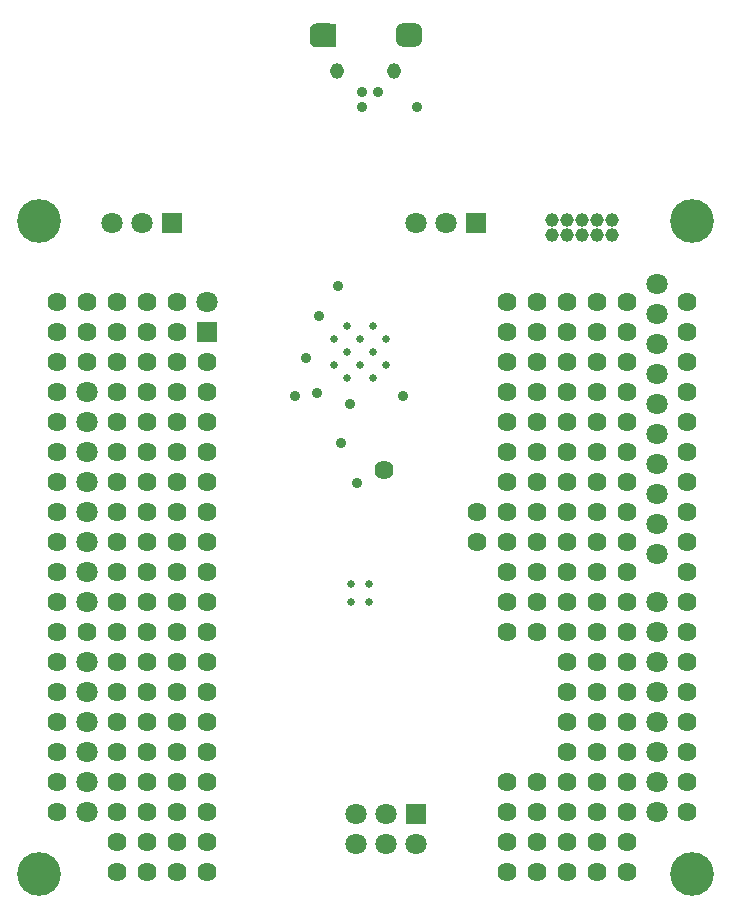
<source format=gbs>
G04 Layer_Color=16711935*
%FSLAX43Y43*%
%MOMM*%
G71*
G01*
G75*
%ADD94C,1.624*%
%ADD95C,3.700*%
G04:AMPARAMS|DCode=96|XSize=1.15mm|YSize=1.35mm|CornerRadius=0.575mm|HoleSize=0mm|Usage=FLASHONLY|Rotation=180.000|XOffset=0mm|YOffset=0mm|HoleType=Round|Shape=RoundedRectangle|*
%AMROUNDEDRECTD96*
21,1,1.150,0.200,0,0,180.0*
21,1,0.000,1.350,0,0,180.0*
1,1,1.150,0.000,0.100*
1,1,1.150,0.000,0.100*
1,1,1.150,0.000,-0.100*
1,1,1.150,0.000,-0.100*
%
%ADD96ROUNDEDRECTD96*%
G04:AMPARAMS|DCode=97|XSize=2.2mm|YSize=2mm|CornerRadius=0.544mm|HoleSize=0mm|Usage=FLASHONLY|Rotation=180.000|XOffset=0mm|YOffset=0mm|HoleType=Round|Shape=RoundedRectangle|*
%AMROUNDEDRECTD97*
21,1,2.200,0.912,0,0,180.0*
21,1,1.112,2.000,0,0,180.0*
1,1,1.088,-0.556,0.456*
1,1,1.088,0.556,0.456*
1,1,1.088,0.556,-0.456*
1,1,1.088,-0.556,-0.456*
%
%ADD97ROUNDEDRECTD97*%
%ADD98C,1.800*%
%ADD99R,1.800X1.800*%
%ADD100R,1.800X1.800*%
%ADD101C,1.150*%
%ADD102C,0.650*%
%ADD103C,0.900*%
G36*
X27410Y74374D02*
X27419Y74371D01*
X27428Y74367D01*
X27436Y74361D01*
X27442Y74353D01*
X27446Y74344D01*
X27449Y74335D01*
X27450Y74325D01*
Y72425D01*
X27449Y72415D01*
X27446Y72406D01*
X27442Y72397D01*
X27436Y72389D01*
X27428Y72383D01*
X27419Y72379D01*
X27410Y72376D01*
X27400Y72375D01*
X25800D01*
X25798Y72375D01*
X25796Y72375D01*
X25748Y72379D01*
X25747Y72379D01*
X25745Y72379D01*
X25692Y72386D01*
X25689Y72387D01*
X25685Y72388D01*
X25632Y72403D01*
X25630Y72403D01*
X25628Y72404D01*
X25585Y72420D01*
X25583Y72421D01*
X25581Y72422D01*
X25539Y72442D01*
X25537Y72443D01*
X25534Y72445D01*
X25490Y72473D01*
X25488Y72474D01*
X25487Y72475D01*
X25449Y72504D01*
X25447Y72505D01*
X25446Y72506D01*
X25407Y72540D01*
X25404Y72543D01*
X25401Y72546D01*
X25372Y72582D01*
X25371Y72583D01*
X25371Y72584D01*
X25343Y72621D01*
X25341Y72623D01*
X25340Y72626D01*
X25316Y72667D01*
X25315Y72669D01*
X25314Y72670D01*
X25294Y72712D01*
X25293Y72714D01*
X25292Y72716D01*
X25276Y72758D01*
X25275Y72761D01*
X25274Y72764D01*
X25262Y72815D01*
X25262Y72817D01*
X25261Y72819D01*
X25254Y72864D01*
X25254Y72866D01*
X25254Y72868D01*
X25250Y72921D01*
X25250Y72923D01*
X25250Y72925D01*
Y73825D01*
X25250Y73827D01*
X25250Y73829D01*
X25254Y73884D01*
X25254Y73886D01*
X25255Y73889D01*
X25263Y73934D01*
X25263Y73935D01*
X25263Y73937D01*
X25275Y73987D01*
X25276Y73990D01*
X25277Y73994D01*
X25293Y74034D01*
X25306Y74066D01*
X25308Y74070D01*
X25310Y74073D01*
X25335Y74116D01*
X25336Y74118D01*
X25337Y74120D01*
X25363Y74157D01*
X25364Y74158D01*
X25365Y74160D01*
X25396Y74198D01*
X25399Y74200D01*
X25401Y74203D01*
X25446Y74244D01*
X25448Y74246D01*
X25450Y74247D01*
X25490Y74277D01*
X25492Y74278D01*
X25493Y74280D01*
X25539Y74309D01*
X25542Y74310D01*
X25545Y74312D01*
X25598Y74336D01*
X25601Y74337D01*
X25605Y74338D01*
X25692Y74364D01*
X25697Y74365D01*
X25701Y74366D01*
X25701Y74366D01*
X25701Y74366D01*
X25701D01*
X25795Y74375D01*
X25798Y74375D01*
X25800Y74375D01*
X27400D01*
X27410Y74374D01*
D02*
G37*
D94*
X16510Y7620D02*
D03*
Y10160D02*
D03*
Y22860D02*
D03*
Y33020D02*
D03*
Y30480D02*
D03*
Y27940D02*
D03*
Y25400D02*
D03*
Y43180D02*
D03*
Y40640D02*
D03*
Y38100D02*
D03*
Y35560D02*
D03*
Y45720D02*
D03*
X13970Y7620D02*
D03*
Y10160D02*
D03*
Y27940D02*
D03*
Y25400D02*
D03*
Y22860D02*
D03*
Y38100D02*
D03*
Y35560D02*
D03*
Y33020D02*
D03*
Y30480D02*
D03*
Y48260D02*
D03*
Y45720D02*
D03*
Y43180D02*
D03*
Y40640D02*
D03*
Y50800D02*
D03*
X6350Y22860D02*
D03*
Y45720D02*
D03*
X8890Y12700D02*
D03*
Y7620D02*
D03*
X57150Y50800D02*
D03*
Y40640D02*
D03*
Y43180D02*
D03*
Y45720D02*
D03*
Y48260D02*
D03*
Y30480D02*
D03*
Y33020D02*
D03*
Y35560D02*
D03*
Y38100D02*
D03*
Y20320D02*
D03*
Y22860D02*
D03*
Y25400D02*
D03*
Y27940D02*
D03*
Y17780D02*
D03*
Y15240D02*
D03*
Y12700D02*
D03*
Y10160D02*
D03*
Y7620D02*
D03*
X11430Y50800D02*
D03*
Y40640D02*
D03*
Y43180D02*
D03*
Y45720D02*
D03*
Y48260D02*
D03*
Y30480D02*
D03*
Y33020D02*
D03*
Y35560D02*
D03*
Y38100D02*
D03*
Y20320D02*
D03*
Y22860D02*
D03*
Y25400D02*
D03*
Y27940D02*
D03*
Y17780D02*
D03*
Y15240D02*
D03*
Y12700D02*
D03*
Y10160D02*
D03*
Y7620D02*
D03*
X8890Y50800D02*
D03*
Y40640D02*
D03*
Y43180D02*
D03*
Y45720D02*
D03*
Y48260D02*
D03*
Y30480D02*
D03*
Y33020D02*
D03*
Y35560D02*
D03*
Y38100D02*
D03*
Y20320D02*
D03*
Y22860D02*
D03*
Y25400D02*
D03*
Y27940D02*
D03*
Y17780D02*
D03*
Y15240D02*
D03*
Y10160D02*
D03*
X6350Y48260D02*
D03*
Y50800D02*
D03*
X3810D02*
D03*
Y40640D02*
D03*
Y43180D02*
D03*
Y45720D02*
D03*
Y48260D02*
D03*
Y30480D02*
D03*
Y33020D02*
D03*
Y35560D02*
D03*
Y38100D02*
D03*
Y20320D02*
D03*
Y22860D02*
D03*
Y25400D02*
D03*
Y27940D02*
D03*
Y17780D02*
D03*
Y15240D02*
D03*
Y12700D02*
D03*
Y10160D02*
D03*
Y7620D02*
D03*
X44450Y50800D02*
D03*
X46990D02*
D03*
X49530D02*
D03*
X52070D02*
D03*
Y40640D02*
D03*
X49530D02*
D03*
X46990D02*
D03*
X44450D02*
D03*
X52070Y43180D02*
D03*
X49530D02*
D03*
X46990D02*
D03*
X44450D02*
D03*
X52070Y45720D02*
D03*
X49530D02*
D03*
X46990D02*
D03*
X44450D02*
D03*
X52070Y48260D02*
D03*
X49530D02*
D03*
X46990D02*
D03*
X44450D02*
D03*
X52070Y30480D02*
D03*
X49530D02*
D03*
X46990D02*
D03*
X44450D02*
D03*
X52070Y33020D02*
D03*
X49530D02*
D03*
X46990D02*
D03*
X44450D02*
D03*
X52070Y35560D02*
D03*
X49530D02*
D03*
X46990D02*
D03*
X44450D02*
D03*
X52070Y38100D02*
D03*
X49530D02*
D03*
X46990D02*
D03*
X44450D02*
D03*
X52070Y20320D02*
D03*
X49530D02*
D03*
X46990D02*
D03*
X52070Y22860D02*
D03*
X49530D02*
D03*
X46990D02*
D03*
X44450D02*
D03*
X52070Y25400D02*
D03*
X49530D02*
D03*
X46990D02*
D03*
X44450D02*
D03*
X52070Y27940D02*
D03*
X49530D02*
D03*
X46990D02*
D03*
X44450D02*
D03*
X46990Y17780D02*
D03*
X49530D02*
D03*
X52070D02*
D03*
X46990Y15240D02*
D03*
X49530D02*
D03*
X52070D02*
D03*
X46990Y12700D02*
D03*
X49530D02*
D03*
X52070D02*
D03*
X44450Y10160D02*
D03*
X46990D02*
D03*
X49530D02*
D03*
X52070D02*
D03*
Y7620D02*
D03*
X49530D02*
D03*
X46990D02*
D03*
X44450D02*
D03*
X41910D02*
D03*
Y10160D02*
D03*
Y27940D02*
D03*
Y25400D02*
D03*
Y22860D02*
D03*
Y38100D02*
D03*
Y35560D02*
D03*
Y33020D02*
D03*
Y30480D02*
D03*
Y48260D02*
D03*
Y45720D02*
D03*
Y43180D02*
D03*
Y40640D02*
D03*
Y50800D02*
D03*
Y5080D02*
D03*
Y2540D02*
D03*
X44450D02*
D03*
X46990D02*
D03*
X49530D02*
D03*
X52070D02*
D03*
Y5080D02*
D03*
X49530D02*
D03*
X46990D02*
D03*
X44450D02*
D03*
X8890D02*
D03*
X11430Y2540D02*
D03*
Y5080D02*
D03*
X8890Y2540D02*
D03*
X13970Y5080D02*
D03*
Y2540D02*
D03*
X16510Y5080D02*
D03*
Y2540D02*
D03*
X39370Y33020D02*
D03*
Y30480D02*
D03*
X31500Y36550D02*
D03*
X13970Y12700D02*
D03*
X16510D02*
D03*
X13970Y15240D02*
D03*
X16510D02*
D03*
X13970Y17780D02*
D03*
X16510D02*
D03*
X13970Y20320D02*
D03*
X16510D02*
D03*
D95*
X57650Y2350D02*
D03*
X2350D02*
D03*
X57650Y57650D02*
D03*
X2350D02*
D03*
D96*
X32425Y70375D02*
D03*
X27575D02*
D03*
D97*
X26350Y73375D02*
D03*
X33650D02*
D03*
D98*
X29160Y7480D02*
D03*
X31700D02*
D03*
X29160Y4940D02*
D03*
X31700D02*
D03*
X34240D02*
D03*
X6350Y10160D02*
D03*
Y7620D02*
D03*
Y15240D02*
D03*
Y12700D02*
D03*
Y17780D02*
D03*
Y20320D02*
D03*
Y33020D02*
D03*
Y30480D02*
D03*
Y25400D02*
D03*
Y27940D02*
D03*
Y38100D02*
D03*
Y35560D02*
D03*
Y40640D02*
D03*
Y43180D02*
D03*
X54610Y7620D02*
D03*
Y10160D02*
D03*
Y15240D02*
D03*
Y12700D02*
D03*
Y22860D02*
D03*
Y25400D02*
D03*
Y20320D02*
D03*
Y17780D02*
D03*
Y52324D02*
D03*
Y49784D02*
D03*
Y29464D02*
D03*
Y32004D02*
D03*
Y37084D02*
D03*
Y34544D02*
D03*
Y44704D02*
D03*
Y47244D02*
D03*
Y42164D02*
D03*
Y39624D02*
D03*
X16510Y50800D02*
D03*
X36775Y57500D02*
D03*
X34235D02*
D03*
X11050Y57500D02*
D03*
X8510D02*
D03*
D99*
X34240Y7480D02*
D03*
X39315Y57500D02*
D03*
X13590Y57500D02*
D03*
D100*
X16510Y48260D02*
D03*
D101*
X45720Y56515D02*
D03*
X46990D02*
D03*
X48260D02*
D03*
X49530D02*
D03*
Y57785D02*
D03*
X48260D02*
D03*
X46990D02*
D03*
X45720D02*
D03*
X50800D02*
D03*
Y56515D02*
D03*
D102*
X30296Y25428D02*
D03*
Y26952D02*
D03*
X28772D02*
D03*
Y25428D02*
D03*
X31700Y47700D02*
D03*
X27300Y45500D02*
D03*
Y47700D02*
D03*
X28400Y44400D02*
D03*
Y46600D02*
D03*
Y48800D02*
D03*
X29500Y45500D02*
D03*
Y47700D02*
D03*
X30600Y44400D02*
D03*
Y46600D02*
D03*
Y48800D02*
D03*
X31700Y45500D02*
D03*
D103*
X33184Y42819D02*
D03*
X23975Y42875D02*
D03*
X25850Y43125D02*
D03*
X24926Y46027D02*
D03*
X28700Y42200D02*
D03*
X26075Y49640D02*
D03*
X27648Y52167D02*
D03*
X27878Y38825D02*
D03*
X31000Y68600D02*
D03*
X29650D02*
D03*
X34350Y67275D02*
D03*
X29275Y35446D02*
D03*
X29650Y67330D02*
D03*
M02*

</source>
